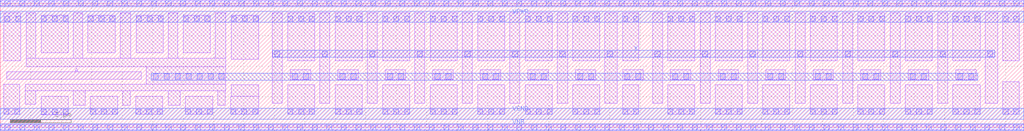
<source format=lef>
# Copyright 2020 The SkyWater PDK Authors
#
# Licensed under the Apache License, Version 2.0 (the "License");
# you may not use this file except in compliance with the License.
# You may obtain a copy of the License at
#
#     https://www.apache.org/licenses/LICENSE-2.0
#
# Unless required by applicable law or agreed to in writing, software
# distributed under the License is distributed on an "AS IS" BASIS,
# WITHOUT WARRANTIES OR CONDITIONS OF ANY KIND, either express or implied.
# See the License for the specific language governing permissions and
# limitations under the License.
#
# SPDX-License-Identifier: Apache-2.0

VERSION 5.5 ;
NAMESCASESENSITIVE ON ;
BUSBITCHARS "[]" ;
DIVIDERCHAR "/" ;
MACRO sky130_fd_sc_hvl__buf_32
  CLASS CORE ;
  SOURCE USER ;
  ORIGIN  0.000000  0.000000 ;
  SIZE  33.60000 BY  4.070000 ;
  SYMMETRY X Y ;
  SITE unithv ;
  PIN A
    ANTENNAGATEAREA  11.25000 ;
    DIRECTION INPUT ;
    USE SIGNAL ;
    PORT
      LAYER li1 ;
        RECT 0.220000 1.580000 4.630000 1.815000 ;
    END
  END A
  PIN X
    ANTENNADIFFAREA  10.08000 ;
    DIRECTION OUTPUT ;
    USE SIGNAL ;
    PORT
      LAYER met1 ;
        RECT 8.950000 2.290000 32.640000 2.520000 ;
    END
  END X
  PIN VGND
    DIRECTION INOUT ;
    USE GROUND ;
    PORT
      LAYER met1 ;
        RECT 0.000000 0.255000 33.600000 0.625000 ;
    END
  END VGND
  PIN VNB
    DIRECTION INOUT ;
    USE GROUND ;
    PORT
      LAYER met1 ;
        RECT 0.000000 -0.115000 33.600000 0.115000 ;
    END
  END VNB
  PIN VPB
    DIRECTION INOUT ;
    USE POWER ;
    PORT
      LAYER met1 ;
        RECT 0.000000 3.955000 33.600000 4.185000 ;
    END
  END VPB
  PIN VPWR
    DIRECTION INOUT ;
    USE POWER ;
    PORT
      LAYER met1 ;
        RECT 0.000000 3.445000 33.600000 3.815000 ;
    END
  END VPWR
  OBS
    LAYER li1 ;
      RECT  0.000000 -0.085000 33.600000 0.085000 ;
      RECT  0.000000  3.985000 33.600000 4.155000 ;
      RECT  0.110000  0.425000  0.645000 1.410000 ;
      RECT  0.110000  2.175000  0.680000 3.755000 ;
      RECT  0.815000  0.755000  1.170000 1.195000 ;
      RECT  0.815000  1.195000  7.410000 1.410000 ;
      RECT  0.850000  1.985000  7.410000 2.265000 ;
      RECT  0.850000  2.265000  1.160000 3.755000 ;
      RECT  1.340000  0.415000  2.230000 1.025000 ;
      RECT  1.340000  2.445000  2.230000 3.675000 ;
      RECT  2.400000  0.730000  2.790000 1.195000 ;
      RECT  2.400000  2.265000  2.710000 3.755000 ;
      RECT  2.880000  2.445000  3.770000 3.675000 ;
      RECT  2.960000  0.425000  3.855000 1.025000 ;
      RECT  3.940000  2.265000  4.290000 3.755000 ;
      RECT  4.025000  0.730000  4.270000 1.195000 ;
      RECT  4.440000  0.425000  5.330000 1.025000 ;
      RECT  4.460000  2.445000  5.350000 3.675000 ;
      RECT  4.800000  1.410000  7.410000 1.985000 ;
      RECT  5.520000  0.730000  5.910000 1.195000 ;
      RECT  5.520000  2.265000  5.830000 3.755000 ;
      RECT  6.000000  2.445000  6.890000 3.675000 ;
      RECT  6.080000  0.425000  6.975000 1.025000 ;
      RECT  7.060000  2.265000  7.410000 3.755000 ;
      RECT  7.145000  0.730000  7.390000 1.195000 ;
      RECT  7.560000  0.425000  8.480000 1.025000 ;
      RECT  7.580000  1.025000  8.480000 1.395000 ;
      RECT  7.580000  2.235000  8.480000 3.675000 ;
      RECT  8.930000  0.790000  9.260000 3.755000 ;
      RECT  9.430000  0.425000 10.320000 1.395000 ;
      RECT  9.430000  2.175000 10.320000 3.755000 ;
      RECT  9.520000  1.565000 10.190000 1.895000 ;
      RECT 10.490000  0.790000 10.820000 3.755000 ;
      RECT 10.990000  0.425000 11.880000 1.395000 ;
      RECT 10.990000  2.175000 11.880000 3.755000 ;
      RECT 11.080000  1.565000 11.750000 1.895000 ;
      RECT 12.050000  0.790000 12.380000 3.755000 ;
      RECT 12.550000  0.425000 13.440000 1.395000 ;
      RECT 12.550000  2.175000 13.440000 3.755000 ;
      RECT 12.640000  1.565000 13.310000 1.895000 ;
      RECT 13.610000  0.790000 13.940000 3.755000 ;
      RECT 14.110000  0.425000 15.000000 1.395000 ;
      RECT 14.110000  2.175000 15.000000 3.755000 ;
      RECT 14.200000  1.565000 14.870000 1.895000 ;
      RECT 15.170000  0.790000 15.500000 3.755000 ;
      RECT 15.670000  0.425000 16.560000 1.395000 ;
      RECT 15.670000  2.175000 16.560000 3.755000 ;
      RECT 15.760000  1.565000 16.430000 1.895000 ;
      RECT 16.730000  0.790000 17.060000 3.755000 ;
      RECT 17.230000  0.425000 18.120000 1.395000 ;
      RECT 17.230000  2.175000 18.120000 3.755000 ;
      RECT 17.320000  1.565000 17.990000 1.895000 ;
      RECT 18.290000  0.790000 18.620000 3.755000 ;
      RECT 18.790000  0.425000 19.680000 1.395000 ;
      RECT 18.790000  2.175000 19.680000 3.755000 ;
      RECT 18.880000  1.565000 19.550000 1.895000 ;
      RECT 19.850000  0.790000 20.260000 3.755000 ;
      RECT 20.430000  0.425000 20.960000 1.395000 ;
      RECT 20.430000  1.565000 21.100000 1.895000 ;
      RECT 20.430000  2.175000 20.960000 3.755000 ;
      RECT 21.410000  0.790000 21.740000 3.755000 ;
      RECT 21.910000  0.425000 22.800000 1.395000 ;
      RECT 21.910000  2.175000 22.800000 3.755000 ;
      RECT 22.000000  1.565000 22.670000 1.895000 ;
      RECT 22.970000  0.790000 23.300000 3.755000 ;
      RECT 23.470000  0.425000 24.360000 1.395000 ;
      RECT 23.470000  2.175000 24.360000 3.755000 ;
      RECT 23.560000  1.565000 24.230000 1.895000 ;
      RECT 24.530000  0.790000 24.860000 3.755000 ;
      RECT 25.030000  0.425000 25.920000 1.395000 ;
      RECT 25.030000  2.175000 25.920000 3.755000 ;
      RECT 25.120000  1.565000 25.790000 1.895000 ;
      RECT 26.090000  0.790000 26.420000 3.755000 ;
      RECT 26.590000  0.425000 27.480000 1.395000 ;
      RECT 26.590000  2.175000 27.480000 3.755000 ;
      RECT 26.680000  1.565000 27.350000 1.895000 ;
      RECT 27.650000  0.790000 27.980000 3.755000 ;
      RECT 28.150000  0.425000 29.040000 1.395000 ;
      RECT 28.150000  2.175000 29.040000 3.755000 ;
      RECT 28.240000  1.565000 28.910000 1.895000 ;
      RECT 29.210000  0.790000 29.540000 3.755000 ;
      RECT 29.710000  0.425000 30.600000 1.395000 ;
      RECT 29.710000  2.175000 30.600000 3.755000 ;
      RECT 29.800000  1.565000 30.470000 1.895000 ;
      RECT 30.770000  0.790000 31.100000 3.755000 ;
      RECT 31.270000  0.425000 32.160000 1.395000 ;
      RECT 31.270000  2.175000 32.160000 3.755000 ;
      RECT 31.360000  1.565000 32.030000 1.895000 ;
      RECT 32.330000  0.790000 32.740000 3.755000 ;
      RECT 32.910000  0.425000 33.440000 1.495000 ;
      RECT 32.910000  2.175000 33.440000 3.755000 ;
    LAYER mcon ;
      RECT  0.115000  0.425000  0.285000 0.595000 ;
      RECT  0.150000  3.475000  0.320000 3.645000 ;
      RECT  0.155000 -0.085000  0.325000 0.085000 ;
      RECT  0.155000  3.985000  0.325000 4.155000 ;
      RECT  0.475000  0.425000  0.645000 0.595000 ;
      RECT  0.510000  3.475000  0.680000 3.645000 ;
      RECT  0.635000 -0.085000  0.805000 0.085000 ;
      RECT  0.635000  3.985000  0.805000 4.155000 ;
      RECT  1.115000 -0.085000  1.285000 0.085000 ;
      RECT  1.115000  3.985000  1.285000 4.155000 ;
      RECT  1.340000  0.425000  1.510000 0.595000 ;
      RECT  1.340000  3.475000  1.510000 3.645000 ;
      RECT  1.595000 -0.085000  1.765000 0.085000 ;
      RECT  1.595000  3.985000  1.765000 4.155000 ;
      RECT  1.700000  0.425000  1.870000 0.595000 ;
      RECT  1.700000  3.475000  1.870000 3.645000 ;
      RECT  2.060000  0.425000  2.230000 0.595000 ;
      RECT  2.060000  3.475000  2.230000 3.645000 ;
      RECT  2.075000 -0.085000  2.245000 0.085000 ;
      RECT  2.075000  3.985000  2.245000 4.155000 ;
      RECT  2.555000 -0.085000  2.725000 0.085000 ;
      RECT  2.555000  3.985000  2.725000 4.155000 ;
      RECT  2.880000  3.475000  3.050000 3.645000 ;
      RECT  2.960000  0.425000  3.130000 0.595000 ;
      RECT  3.035000 -0.085000  3.205000 0.085000 ;
      RECT  3.035000  3.985000  3.205000 4.155000 ;
      RECT  3.240000  3.475000  3.410000 3.645000 ;
      RECT  3.320000  0.425000  3.490000 0.595000 ;
      RECT  3.515000 -0.085000  3.685000 0.085000 ;
      RECT  3.515000  3.985000  3.685000 4.155000 ;
      RECT  3.600000  3.475000  3.770000 3.645000 ;
      RECT  3.680000  0.425000  3.850000 0.595000 ;
      RECT  3.995000 -0.085000  4.165000 0.085000 ;
      RECT  3.995000  3.985000  4.165000 4.155000 ;
      RECT  4.440000  0.425000  4.610000 0.595000 ;
      RECT  4.460000  3.475000  4.630000 3.645000 ;
      RECT  4.475000 -0.085000  4.645000 0.085000 ;
      RECT  4.475000  3.985000  4.645000 4.155000 ;
      RECT  4.800000  0.425000  4.970000 0.595000 ;
      RECT  4.820000  3.475000  4.990000 3.645000 ;
      RECT  4.955000 -0.085000  5.125000 0.085000 ;
      RECT  4.955000  3.985000  5.125000 4.155000 ;
      RECT  5.020000  1.580000  5.190000 1.750000 ;
      RECT  5.160000  0.425000  5.330000 0.595000 ;
      RECT  5.180000  3.475000  5.350000 3.645000 ;
      RECT  5.380000  1.580000  5.550000 1.750000 ;
      RECT  5.435000 -0.085000  5.605000 0.085000 ;
      RECT  5.435000  3.985000  5.605000 4.155000 ;
      RECT  5.740000  1.580000  5.910000 1.750000 ;
      RECT  5.915000 -0.085000  6.085000 0.085000 ;
      RECT  5.915000  3.985000  6.085000 4.155000 ;
      RECT  6.000000  3.475000  6.170000 3.645000 ;
      RECT  6.080000  0.425000  6.250000 0.595000 ;
      RECT  6.100000  1.580000  6.270000 1.750000 ;
      RECT  6.360000  3.475000  6.530000 3.645000 ;
      RECT  6.395000 -0.085000  6.565000 0.085000 ;
      RECT  6.395000  3.985000  6.565000 4.155000 ;
      RECT  6.440000  0.425000  6.610000 0.595000 ;
      RECT  6.460000  1.580000  6.630000 1.750000 ;
      RECT  6.720000  3.475000  6.890000 3.645000 ;
      RECT  6.800000  0.425000  6.970000 0.595000 ;
      RECT  6.820000  1.580000  6.990000 1.750000 ;
      RECT  6.875000 -0.085000  7.045000 0.085000 ;
      RECT  6.875000  3.985000  7.045000 4.155000 ;
      RECT  7.180000  1.580000  7.350000 1.750000 ;
      RECT  7.355000 -0.085000  7.525000 0.085000 ;
      RECT  7.355000  3.985000  7.525000 4.155000 ;
      RECT  7.560000  0.425000  7.730000 0.595000 ;
      RECT  7.580000  3.475000  7.750000 3.645000 ;
      RECT  7.835000 -0.085000  8.005000 0.085000 ;
      RECT  7.835000  3.985000  8.005000 4.155000 ;
      RECT  7.920000  0.425000  8.090000 0.595000 ;
      RECT  7.940000  3.475000  8.110000 3.645000 ;
      RECT  8.280000  0.425000  8.450000 0.595000 ;
      RECT  8.300000  3.475000  8.470000 3.645000 ;
      RECT  8.315000 -0.085000  8.485000 0.085000 ;
      RECT  8.315000  3.985000  8.485000 4.155000 ;
      RECT  8.795000 -0.085000  8.965000 0.085000 ;
      RECT  8.795000  3.985000  8.965000 4.155000 ;
      RECT  9.010000  2.320000  9.180000 2.490000 ;
      RECT  9.275000 -0.085000  9.445000 0.085000 ;
      RECT  9.275000  3.985000  9.445000 4.155000 ;
      RECT  9.430000  0.425000  9.600000 0.595000 ;
      RECT  9.430000  3.475000  9.600000 3.645000 ;
      RECT  9.590000  1.580000  9.760000 1.750000 ;
      RECT  9.755000 -0.085000  9.925000 0.085000 ;
      RECT  9.755000  3.985000  9.925000 4.155000 ;
      RECT  9.790000  0.425000  9.960000 0.595000 ;
      RECT  9.790000  3.475000  9.960000 3.645000 ;
      RECT  9.950000  1.580000 10.120000 1.750000 ;
      RECT 10.150000  0.425000 10.320000 0.595000 ;
      RECT 10.150000  3.475000 10.320000 3.645000 ;
      RECT 10.235000 -0.085000 10.405000 0.085000 ;
      RECT 10.235000  3.985000 10.405000 4.155000 ;
      RECT 10.570000  2.320000 10.740000 2.490000 ;
      RECT 10.715000 -0.085000 10.885000 0.085000 ;
      RECT 10.715000  3.985000 10.885000 4.155000 ;
      RECT 10.990000  0.425000 11.160000 0.595000 ;
      RECT 10.990000  3.475000 11.160000 3.645000 ;
      RECT 11.150000  1.580000 11.320000 1.750000 ;
      RECT 11.195000 -0.085000 11.365000 0.085000 ;
      RECT 11.195000  3.985000 11.365000 4.155000 ;
      RECT 11.350000  0.425000 11.520000 0.595000 ;
      RECT 11.350000  3.475000 11.520000 3.645000 ;
      RECT 11.510000  1.580000 11.680000 1.750000 ;
      RECT 11.675000 -0.085000 11.845000 0.085000 ;
      RECT 11.675000  3.985000 11.845000 4.155000 ;
      RECT 11.710000  0.425000 11.880000 0.595000 ;
      RECT 11.710000  3.475000 11.880000 3.645000 ;
      RECT 12.130000  2.320000 12.300000 2.490000 ;
      RECT 12.155000 -0.085000 12.325000 0.085000 ;
      RECT 12.155000  3.985000 12.325000 4.155000 ;
      RECT 12.550000  0.425000 12.720000 0.595000 ;
      RECT 12.550000  3.475000 12.720000 3.645000 ;
      RECT 12.635000 -0.085000 12.805000 0.085000 ;
      RECT 12.635000  3.985000 12.805000 4.155000 ;
      RECT 12.710000  1.580000 12.880000 1.750000 ;
      RECT 12.910000  0.425000 13.080000 0.595000 ;
      RECT 12.910000  3.475000 13.080000 3.645000 ;
      RECT 13.070000  1.580000 13.240000 1.750000 ;
      RECT 13.115000 -0.085000 13.285000 0.085000 ;
      RECT 13.115000  3.985000 13.285000 4.155000 ;
      RECT 13.270000  0.425000 13.440000 0.595000 ;
      RECT 13.270000  3.475000 13.440000 3.645000 ;
      RECT 13.595000 -0.085000 13.765000 0.085000 ;
      RECT 13.595000  3.985000 13.765000 4.155000 ;
      RECT 13.690000  2.320000 13.860000 2.490000 ;
      RECT 14.075000 -0.085000 14.245000 0.085000 ;
      RECT 14.075000  3.985000 14.245000 4.155000 ;
      RECT 14.110000  0.425000 14.280000 0.595000 ;
      RECT 14.110000  3.475000 14.280000 3.645000 ;
      RECT 14.270000  1.580000 14.440000 1.750000 ;
      RECT 14.470000  0.425000 14.640000 0.595000 ;
      RECT 14.470000  3.475000 14.640000 3.645000 ;
      RECT 14.555000 -0.085000 14.725000 0.085000 ;
      RECT 14.555000  3.985000 14.725000 4.155000 ;
      RECT 14.630000  1.580000 14.800000 1.750000 ;
      RECT 14.830000  0.425000 15.000000 0.595000 ;
      RECT 14.830000  3.475000 15.000000 3.645000 ;
      RECT 15.035000 -0.085000 15.205000 0.085000 ;
      RECT 15.035000  3.985000 15.205000 4.155000 ;
      RECT 15.250000  2.320000 15.420000 2.490000 ;
      RECT 15.515000 -0.085000 15.685000 0.085000 ;
      RECT 15.515000  3.985000 15.685000 4.155000 ;
      RECT 15.670000  0.425000 15.840000 0.595000 ;
      RECT 15.670000  3.475000 15.840000 3.645000 ;
      RECT 15.830000  1.580000 16.000000 1.750000 ;
      RECT 15.995000 -0.085000 16.165000 0.085000 ;
      RECT 15.995000  3.985000 16.165000 4.155000 ;
      RECT 16.030000  0.425000 16.200000 0.595000 ;
      RECT 16.030000  3.475000 16.200000 3.645000 ;
      RECT 16.190000  1.580000 16.360000 1.750000 ;
      RECT 16.390000  0.425000 16.560000 0.595000 ;
      RECT 16.390000  3.475000 16.560000 3.645000 ;
      RECT 16.475000 -0.085000 16.645000 0.085000 ;
      RECT 16.475000  3.985000 16.645000 4.155000 ;
      RECT 16.810000  2.320000 16.980000 2.490000 ;
      RECT 16.955000 -0.085000 17.125000 0.085000 ;
      RECT 16.955000  3.985000 17.125000 4.155000 ;
      RECT 17.230000  0.425000 17.400000 0.595000 ;
      RECT 17.230000  3.475000 17.400000 3.645000 ;
      RECT 17.390000  1.580000 17.560000 1.750000 ;
      RECT 17.435000 -0.085000 17.605000 0.085000 ;
      RECT 17.435000  3.985000 17.605000 4.155000 ;
      RECT 17.590000  0.425000 17.760000 0.595000 ;
      RECT 17.590000  3.475000 17.760000 3.645000 ;
      RECT 17.750000  1.580000 17.920000 1.750000 ;
      RECT 17.915000 -0.085000 18.085000 0.085000 ;
      RECT 17.915000  3.985000 18.085000 4.155000 ;
      RECT 17.950000  0.425000 18.120000 0.595000 ;
      RECT 17.950000  3.475000 18.120000 3.645000 ;
      RECT 18.370000  2.320000 18.540000 2.490000 ;
      RECT 18.395000 -0.085000 18.565000 0.085000 ;
      RECT 18.395000  3.985000 18.565000 4.155000 ;
      RECT 18.790000  0.425000 18.960000 0.595000 ;
      RECT 18.790000  3.475000 18.960000 3.645000 ;
      RECT 18.875000 -0.085000 19.045000 0.085000 ;
      RECT 18.875000  3.985000 19.045000 4.155000 ;
      RECT 18.950000  1.580000 19.120000 1.750000 ;
      RECT 19.150000  0.425000 19.320000 0.595000 ;
      RECT 19.150000  3.475000 19.320000 3.645000 ;
      RECT 19.310000  1.580000 19.480000 1.750000 ;
      RECT 19.355000 -0.085000 19.525000 0.085000 ;
      RECT 19.355000  3.985000 19.525000 4.155000 ;
      RECT 19.510000  0.425000 19.680000 0.595000 ;
      RECT 19.510000  3.475000 19.680000 3.645000 ;
      RECT 19.835000 -0.085000 20.005000 0.085000 ;
      RECT 19.835000  3.985000 20.005000 4.155000 ;
      RECT 19.930000  2.320000 20.100000 2.490000 ;
      RECT 20.315000 -0.085000 20.485000 0.085000 ;
      RECT 20.315000  3.985000 20.485000 4.155000 ;
      RECT 20.430000  0.425000 20.600000 0.595000 ;
      RECT 20.430000  3.475000 20.600000 3.645000 ;
      RECT 20.500000  1.580000 20.670000 1.750000 ;
      RECT 20.790000  0.425000 20.960000 0.595000 ;
      RECT 20.790000  3.475000 20.960000 3.645000 ;
      RECT 20.795000 -0.085000 20.965000 0.085000 ;
      RECT 20.795000  3.985000 20.965000 4.155000 ;
      RECT 20.860000  1.580000 21.030000 1.750000 ;
      RECT 21.275000 -0.085000 21.445000 0.085000 ;
      RECT 21.275000  3.985000 21.445000 4.155000 ;
      RECT 21.490000  2.320000 21.660000 2.490000 ;
      RECT 21.755000 -0.085000 21.925000 0.085000 ;
      RECT 21.755000  3.985000 21.925000 4.155000 ;
      RECT 21.910000  0.425000 22.080000 0.595000 ;
      RECT 21.910000  3.475000 22.080000 3.645000 ;
      RECT 22.070000  1.580000 22.240000 1.750000 ;
      RECT 22.235000 -0.085000 22.405000 0.085000 ;
      RECT 22.235000  3.985000 22.405000 4.155000 ;
      RECT 22.270000  0.425000 22.440000 0.595000 ;
      RECT 22.270000  3.475000 22.440000 3.645000 ;
      RECT 22.430000  1.580000 22.600000 1.750000 ;
      RECT 22.630000  0.425000 22.800000 0.595000 ;
      RECT 22.630000  3.475000 22.800000 3.645000 ;
      RECT 22.715000 -0.085000 22.885000 0.085000 ;
      RECT 22.715000  3.985000 22.885000 4.155000 ;
      RECT 23.050000  2.320000 23.220000 2.490000 ;
      RECT 23.195000 -0.085000 23.365000 0.085000 ;
      RECT 23.195000  3.985000 23.365000 4.155000 ;
      RECT 23.470000  0.425000 23.640000 0.595000 ;
      RECT 23.470000  3.475000 23.640000 3.645000 ;
      RECT 23.630000  1.580000 23.800000 1.750000 ;
      RECT 23.675000 -0.085000 23.845000 0.085000 ;
      RECT 23.675000  3.985000 23.845000 4.155000 ;
      RECT 23.830000  0.425000 24.000000 0.595000 ;
      RECT 23.830000  3.475000 24.000000 3.645000 ;
      RECT 23.990000  1.580000 24.160000 1.750000 ;
      RECT 24.155000 -0.085000 24.325000 0.085000 ;
      RECT 24.155000  3.985000 24.325000 4.155000 ;
      RECT 24.190000  0.425000 24.360000 0.595000 ;
      RECT 24.190000  3.475000 24.360000 3.645000 ;
      RECT 24.610000  2.320000 24.780000 2.490000 ;
      RECT 24.635000 -0.085000 24.805000 0.085000 ;
      RECT 24.635000  3.985000 24.805000 4.155000 ;
      RECT 25.030000  0.425000 25.200000 0.595000 ;
      RECT 25.030000  3.475000 25.200000 3.645000 ;
      RECT 25.115000 -0.085000 25.285000 0.085000 ;
      RECT 25.115000  3.985000 25.285000 4.155000 ;
      RECT 25.190000  1.580000 25.360000 1.750000 ;
      RECT 25.390000  0.425000 25.560000 0.595000 ;
      RECT 25.390000  3.475000 25.560000 3.645000 ;
      RECT 25.550000  1.580000 25.720000 1.750000 ;
      RECT 25.595000 -0.085000 25.765000 0.085000 ;
      RECT 25.595000  3.985000 25.765000 4.155000 ;
      RECT 25.750000  0.425000 25.920000 0.595000 ;
      RECT 25.750000  3.475000 25.920000 3.645000 ;
      RECT 26.075000 -0.085000 26.245000 0.085000 ;
      RECT 26.075000  3.985000 26.245000 4.155000 ;
      RECT 26.170000  2.320000 26.340000 2.490000 ;
      RECT 26.555000 -0.085000 26.725000 0.085000 ;
      RECT 26.555000  3.985000 26.725000 4.155000 ;
      RECT 26.590000  0.425000 26.760000 0.595000 ;
      RECT 26.590000  3.475000 26.760000 3.645000 ;
      RECT 26.750000  1.580000 26.920000 1.750000 ;
      RECT 26.950000  0.425000 27.120000 0.595000 ;
      RECT 26.950000  3.475000 27.120000 3.645000 ;
      RECT 27.035000 -0.085000 27.205000 0.085000 ;
      RECT 27.035000  3.985000 27.205000 4.155000 ;
      RECT 27.110000  1.580000 27.280000 1.750000 ;
      RECT 27.310000  0.425000 27.480000 0.595000 ;
      RECT 27.310000  3.475000 27.480000 3.645000 ;
      RECT 27.515000 -0.085000 27.685000 0.085000 ;
      RECT 27.515000  3.985000 27.685000 4.155000 ;
      RECT 27.730000  2.320000 27.900000 2.490000 ;
      RECT 27.995000 -0.085000 28.165000 0.085000 ;
      RECT 27.995000  3.985000 28.165000 4.155000 ;
      RECT 28.150000  0.425000 28.320000 0.595000 ;
      RECT 28.150000  3.475000 28.320000 3.645000 ;
      RECT 28.310000  1.580000 28.480000 1.750000 ;
      RECT 28.475000 -0.085000 28.645000 0.085000 ;
      RECT 28.475000  3.985000 28.645000 4.155000 ;
      RECT 28.510000  0.425000 28.680000 0.595000 ;
      RECT 28.510000  3.475000 28.680000 3.645000 ;
      RECT 28.670000  1.580000 28.840000 1.750000 ;
      RECT 28.870000  0.425000 29.040000 0.595000 ;
      RECT 28.870000  3.475000 29.040000 3.645000 ;
      RECT 28.955000 -0.085000 29.125000 0.085000 ;
      RECT 28.955000  3.985000 29.125000 4.155000 ;
      RECT 29.290000  2.320000 29.460000 2.490000 ;
      RECT 29.435000 -0.085000 29.605000 0.085000 ;
      RECT 29.435000  3.985000 29.605000 4.155000 ;
      RECT 29.710000  0.425000 29.880000 0.595000 ;
      RECT 29.710000  3.475000 29.880000 3.645000 ;
      RECT 29.870000  1.580000 30.040000 1.750000 ;
      RECT 29.915000 -0.085000 30.085000 0.085000 ;
      RECT 29.915000  3.985000 30.085000 4.155000 ;
      RECT 30.070000  0.425000 30.240000 0.595000 ;
      RECT 30.070000  3.475000 30.240000 3.645000 ;
      RECT 30.230000  1.580000 30.400000 1.750000 ;
      RECT 30.395000 -0.085000 30.565000 0.085000 ;
      RECT 30.395000  3.985000 30.565000 4.155000 ;
      RECT 30.430000  0.425000 30.600000 0.595000 ;
      RECT 30.430000  3.475000 30.600000 3.645000 ;
      RECT 30.850000  2.320000 31.020000 2.490000 ;
      RECT 30.875000 -0.085000 31.045000 0.085000 ;
      RECT 30.875000  3.985000 31.045000 4.155000 ;
      RECT 31.270000  0.425000 31.440000 0.595000 ;
      RECT 31.270000  3.475000 31.440000 3.645000 ;
      RECT 31.355000 -0.085000 31.525000 0.085000 ;
      RECT 31.355000  3.985000 31.525000 4.155000 ;
      RECT 31.430000  1.580000 31.600000 1.750000 ;
      RECT 31.630000  0.425000 31.800000 0.595000 ;
      RECT 31.630000  3.475000 31.800000 3.645000 ;
      RECT 31.790000  1.580000 31.960000 1.750000 ;
      RECT 31.835000 -0.085000 32.005000 0.085000 ;
      RECT 31.835000  3.985000 32.005000 4.155000 ;
      RECT 31.990000  0.425000 32.160000 0.595000 ;
      RECT 31.990000  3.475000 32.160000 3.645000 ;
      RECT 32.315000 -0.085000 32.485000 0.085000 ;
      RECT 32.315000  3.985000 32.485000 4.155000 ;
      RECT 32.410000  2.320000 32.580000 2.490000 ;
      RECT 32.795000 -0.085000 32.965000 0.085000 ;
      RECT 32.795000  3.985000 32.965000 4.155000 ;
      RECT 32.910000  0.425000 33.080000 0.595000 ;
      RECT 32.910000  3.475000 33.080000 3.645000 ;
      RECT 33.270000  0.425000 33.440000 0.595000 ;
      RECT 33.270000  3.475000 33.440000 3.645000 ;
      RECT 33.275000 -0.085000 33.445000 0.085000 ;
      RECT 33.275000  3.985000 33.445000 4.155000 ;
    LAYER met1 ;
      RECT 4.960000 1.550000 32.090000 1.780000 ;
  END
END sky130_fd_sc_hvl__buf_32
END LIBRARY

</source>
